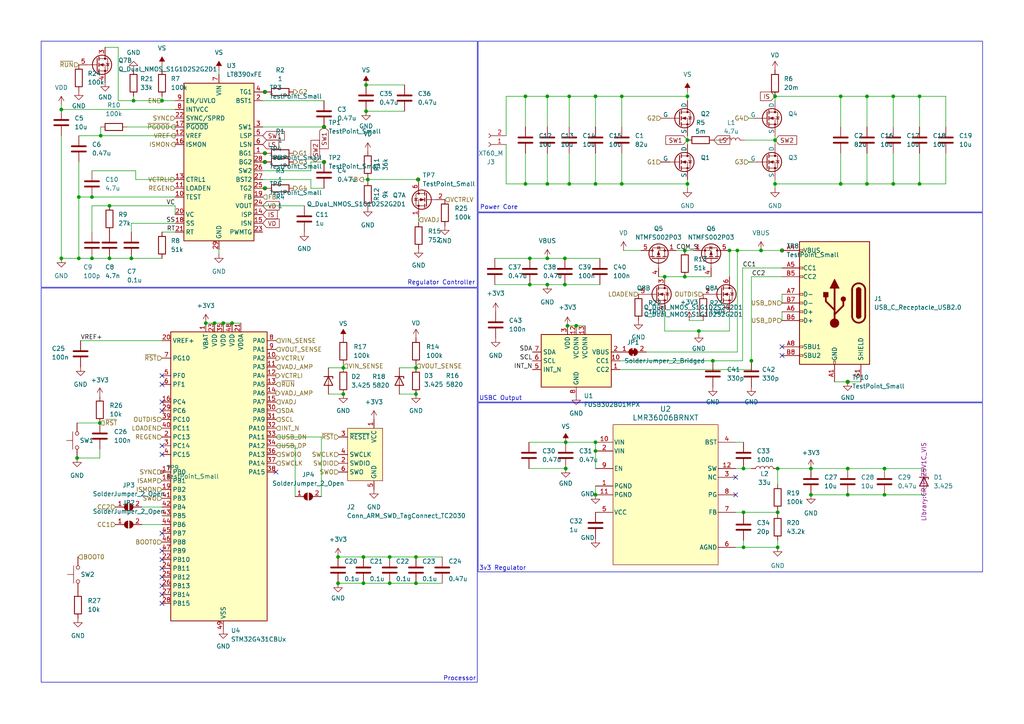
<source format=kicad_sch>
(kicad_sch (version 20230121) (generator eeschema)
  (paper "A4")
  (title_block (title "PD Charger") (date "2024-04-13") (rev "v1.0"))
  (junction (at 121.285 52.07))
  (junction (at 120.65 161.544))
  (junction (at 158.75 53.34))
  (junction (at 226.822 72.644))
  (junction (at 164.084 135.89))
  (junction (at 99.568 114.3))
  (junction (at 225.552 135.89))
  (junction (at 31.75 59.69))
  (junction (at 31.75 74.93))
  (junction (at 251.46 27.94))
  (junction (at 22.352 132.842))
  (junction (at 251.46 53.34))
  (junction (at 213.868 72.644))
  (junction (at 17.78 74.93))
  (junction (at 225.552 148.59))
  (junction (at 59.69 93.726))
  (junction (at 113.03 169.164))
  (junction (at 243.84 27.94))
  (junction (at 158.75 27.94))
  (junction (at 152.4 53.34))
  (junction (at 245.872 143.51))
  (junction (at 26.67 57.15))
  (junction (at 120.65 169.164))
  (junction (at 105.41 169.164))
  (junction (at 259.08 27.94))
  (junction (at 76.835 44.45))
  (junction (at 224.79 53.34))
  (junction (at 217.932 104.648))
  (junction (at 266.7 27.94))
  (junction (at 164.084 128.27))
  (junction (at 215.646 158.75))
  (junction (at 198.628 80.264))
  (junction (at 93.98 46.99))
  (junction (at 158.75 74.93))
  (junction (at 206.756 104.648))
  (junction (at 76.835 46.99))
  (junction (at 224.79 40.64))
  (junction (at 220.726 72.644))
  (junction (at 192.786 80.264))
  (junction (at 106.68 52.07))
  (junction (at 167.132 94.488))
  (junction (at 26.67 74.93))
  (junction (at 235.204 135.89))
  (junction (at 158.75 82.55))
  (junction (at 172.72 143.51))
  (junction (at 152.4 27.94))
  (junction (at 164.592 94.488))
  (junction (at 172.72 27.94))
  (junction (at 153.67 82.55))
  (junction (at 64.77 93.726))
  (junction (at 38.1 74.93))
  (junction (at 29.21 39.37))
  (junction (at 38.735 29.21))
  (junction (at 211.582 72.644))
  (junction (at 98.044 161.544))
  (junction (at 198.628 72.644))
  (junction (at 199.39 53.34))
  (junction (at 165.1 27.94))
  (junction (at 46.99 29.21))
  (junction (at 202.692 96.012))
  (junction (at 172.72 128.27))
  (junction (at 28.956 122.682))
  (junction (at 235.204 143.51))
  (junction (at 259.08 53.34))
  (junction (at 180.34 27.94))
  (junction (at 225.552 158.75))
  (junction (at 245.872 135.89))
  (junction (at 67.31 93.726))
  (junction (at 99.568 106.68))
  (junction (at 180.34 53.34))
  (junction (at 106.172 24.638))
  (junction (at 199.39 40.64))
  (junction (at 17.78 31.75))
  (junction (at 245.872 110.744))
  (junction (at 62.23 93.726))
  (junction (at 199.39 27.94))
  (junction (at 120.65 114.3))
  (junction (at 243.84 53.34))
  (junction (at 163.83 82.55))
  (junction (at 163.83 74.93))
  (junction (at 256.54 143.51))
  (junction (at 106.172 32.258))
  (junction (at 120.65 106.68))
  (junction (at 224.79 27.94))
  (junction (at 76.835 26.67))
  (junction (at 165.1 53.34))
  (junction (at 93.98 36.83))
  (junction (at 266.7 53.34))
  (junction (at 256.54 135.89))
  (junction (at 172.72 53.34))
  (junction (at 105.41 161.544))
  (junction (at 98.044 169.164))
  (junction (at 22.86 74.93))
  (junction (at 215.646 135.89))
  (junction (at 215.646 148.59))
  (junction (at 172.72 130.81))
  (junction (at 153.67 74.93))
  (junction (at 113.03 161.544))
  (junction (at 22.86 57.15))
  (junction (at 76.835 54.61))
  (no_connect (at 46.99 169.926))
  (no_connect (at 46.99 116.586))
  (no_connect (at 226.822 103.124))
  (no_connect (at 80.01 136.906))
  (no_connect (at 226.822 100.584))
  (no_connect (at 46.99 154.686))
  (no_connect (at 46.99 119.126))
  (no_connect (at 46.99 164.846))
  (no_connect (at 46.99 159.766))
  (no_connect (at 46.99 111.506))
  (no_connect (at 46.99 172.466))
  (no_connect (at 46.99 108.966))
  (no_connect (at 46.99 167.386))
  (no_connect (at 46.99 129.286))
  (no_connect (at 213.36 143.51))
  (no_connect (at 46.99 175.006))
  (no_connect (at 213.36 138.43))
  (no_connect (at 46.99 162.306))
  (no_connect (at 46.99 131.826))
  (wire (pts (xy 213.36 135.89) (xy 215.646 135.89)))
  (wire (pts (xy 105.41 169.164) (xy 113.03 169.164)))
  (wire (pts (xy 143.51 82.55) (xy 153.67 82.55)))
  (wire (pts (xy 76.835 46.99) (xy 77.47 46.99)))
  (wire (pts (xy 38.1 67.31) (xy 38.1 64.77)))
  (wire (pts (xy 180.848 72.644) (xy 185.928 72.644)))
  (wire (pts (xy 167.132 94.488) (xy 169.672 94.488)))
  (wire (pts (xy 199.898 92.964) (xy 203.962 92.964)))
  (wire (pts (xy 199.39 52.07) (xy 199.39 53.34)))
  (wire (pts (xy 153.67 74.93) (xy 158.75 74.93)))
  (wire (pts (xy 99.568 105.664) (xy 99.568 106.68)))
  (wire (pts (xy 251.46 44.45) (xy 251.46 53.34)))
  (wire (pts (xy 105.41 161.544) (xy 113.03 161.544)))
  (wire (pts (xy 206.756 104.648) (xy 215.392 104.648)))
  (wire (pts (xy 192.786 96.012) (xy 192.786 90.424)))
  (wire (pts (xy 85.598 144.018) (xy 85.598 129.286)))
  (wire (pts (xy 211.582 96.012) (xy 211.582 90.424)))
  (wire (pts (xy 26.67 57.15) (xy 50.8 57.15)))
  (wire (pts (xy 50.8 59.69) (xy 50.8 62.23)))
  (wire (pts (xy 256.54 143.51) (xy 267.97 143.51)))
  (wire (pts (xy 226.822 90.424) (xy 226.822 92.964)))
  (wire (pts (xy 158.75 53.34) (xy 165.1 53.34)))
  (wire (pts (xy 152.4 44.45) (xy 152.4 53.34)))
  (wire (pts (xy 199.39 26.67) (xy 199.39 27.94)))
  (wire (pts (xy 76.2 26.67) (xy 76.835 26.67)))
  (wire (pts (xy 215.646 148.59) (xy 225.552 148.59)))
  (wire (pts (xy 67.31 93.726) (xy 69.85 93.726)))
  (wire (pts (xy 243.84 27.94) (xy 224.79 27.94)))
  (wire (pts (xy 180.34 36.83) (xy 180.34 27.94)))
  (wire (pts (xy 120.65 105.664) (xy 120.65 106.68)))
  (wire (pts (xy 225.552 148.082) (xy 225.552 148.59)))
  (wire (pts (xy 199.39 39.37) (xy 199.39 40.64)))
  (wire (pts (xy 165.1 53.34) (xy 172.72 53.34)))
  (wire (pts (xy 38.735 27.94) (xy 38.735 29.21)))
  (wire (pts (xy 26.67 74.93) (xy 31.75 74.93)))
  (wire (pts (xy 251.46 27.94) (xy 243.84 27.94)))
  (wire (pts (xy 106.172 24.638) (xy 117.348 24.638)))
  (wire (pts (xy 120.65 169.164) (xy 128.27 169.164)))
  (wire (pts (xy 152.4 27.94) (xy 158.75 27.94)))
  (wire (pts (xy 29.21 36.83) (xy 29.21 39.37)))
  (wire (pts (xy 76.2 29.21) (xy 93.98 29.21)))
  (wire (pts (xy 202.692 96.012) (xy 211.582 96.012)))
  (wire (pts (xy 172.72 140.97) (xy 172.72 143.51)))
  (wire (pts (xy 245.872 135.89) (xy 256.54 135.89)))
  (wire (pts (xy 172.72 130.81) (xy 172.72 135.89)))
  (wire (pts (xy 165.1 36.83) (xy 165.1 27.94)))
  (wire (pts (xy 76.2 59.69) (xy 88.265 59.69)))
  (wire (pts (xy 199.39 53.34) (xy 199.39 54.61)))
  (wire (pts (xy 266.7 53.34) (xy 259.08 53.34)))
  (wire (pts (xy 220.726 72.644) (xy 226.822 72.644)))
  (wire (pts (xy 215.646 156.718) (xy 215.646 158.75)))
  (wire (pts (xy 213.36 148.59) (xy 215.646 148.59)))
  (wire (pts (xy 180.34 44.45) (xy 180.34 53.34)))
  (wire (pts (xy 34.29 13.716) (xy 34.29 29.21)))
  (wire (pts (xy 146.812 41.91) (xy 146.812 53.34)))
  (wire (pts (xy 38.1 64.77) (xy 50.8 64.77)))
  (wire (pts (xy 217.932 80.264) (xy 226.822 80.264)))
  (wire (pts (xy 143.51 74.93) (xy 153.67 74.93)))
  (wire (pts (xy 62.23 93.726) (xy 64.77 93.726)))
  (wire (pts (xy 199.39 40.64) (xy 199.39 41.91)))
  (wire (pts (xy 93.218 144.018) (xy 93.218 126.746)))
  (wire (pts (xy 153.416 135.89) (xy 164.084 135.89)))
  (wire (pts (xy 165.1 44.45) (xy 165.1 53.34)))
  (wire (pts (xy 46.99 19.05) (xy 46.99 20.32)))
  (wire (pts (xy 115.824 106.68) (xy 120.65 106.68)))
  (wire (pts (xy 153.67 82.55) (xy 158.75 82.55)))
  (wire (pts (xy 76.2 54.61) (xy 76.835 54.61)))
  (wire (pts (xy 235.204 143.51) (xy 245.872 143.51)))
  (wire (pts (xy 243.84 44.45) (xy 243.84 53.34)))
  (wire (pts (xy 251.46 36.83) (xy 251.46 27.94)))
  (wire (pts (xy 226.822 85.344) (xy 226.822 87.884)))
  (wire (pts (xy 153.416 128.27) (xy 164.084 128.27)))
  (wire (pts (xy 30.48 13.716) (xy 34.29 13.716)))
  (wire (pts (xy 22.86 39.37) (xy 29.21 39.37)))
  (wire (pts (xy 266.7 44.45) (xy 266.7 53.34)))
  (wire (pts (xy 93.218 126.746) (xy 80.01 126.746)))
  (wire (pts (xy 198.628 72.644) (xy 201.168 72.644)))
  (wire (pts (xy 17.78 31.75) (xy 50.8 31.75)))
  (wire (pts (xy 90.17 54.61) (xy 93.98 54.61)))
  (wire (pts (xy 259.08 53.34) (xy 251.46 53.34)))
  (wire (pts (xy 217.17 46.99) (xy 218.44 46.99)))
  (wire (pts (xy 34.29 29.21) (xy 38.735 29.21)))
  (wire (pts (xy 113.03 161.544) (xy 120.65 161.544)))
  (wire (pts (xy 224.79 39.37) (xy 224.79 40.64)))
  (wire (pts (xy 39.37 49.53) (xy 39.37 52.07)))
  (wire (pts (xy 120.65 161.544) (xy 128.27 161.544)))
  (wire (pts (xy 243.84 36.83) (xy 243.84 27.94)))
  (wire (pts (xy 259.08 36.83) (xy 259.08 27.94)))
  (wire (pts (xy 22.86 74.93) (xy 17.78 74.93)))
  (wire (pts (xy 59.69 93.726) (xy 62.23 93.726)))
  (wire (pts (xy 192.786 96.012) (xy 202.692 96.012)))
  (wire (pts (xy 180.34 27.94) (xy 199.39 27.94)))
  (wire (pts (xy 76.2 49.53) (xy 90.17 49.53)))
  (wire (pts (xy 95.25 106.68) (xy 99.568 106.68)))
  (wire (pts (xy 259.08 44.45) (xy 259.08 53.34)))
  (wire (pts (xy 259.08 27.94) (xy 251.46 27.94)))
  (wire (pts (xy 39.37 52.07) (xy 50.8 52.07)))
  (wire (pts (xy 41.148 147.066) (xy 46.99 147.066)))
  (wire (pts (xy 164.592 94.488) (xy 167.132 94.488)))
  (wire (pts (xy 31.75 74.93) (xy 38.1 74.93)))
  (wire (pts (xy 213.36 158.75) (xy 215.646 158.75)))
  (wire (pts (xy 121.412 52.07) (xy 121.412 52.832)))
  (wire (pts (xy 179.832 107.188) (xy 217.932 107.188)))
  (wire (pts (xy 90.17 46.99) (xy 93.98 46.99)))
  (wire (pts (xy 76.835 26.67) (xy 77.47 26.67)))
  (wire (pts (xy 192.786 80.264) (xy 198.628 80.264)))
  (wire (pts (xy 172.72 27.94) (xy 180.34 27.94)))
  (wire (pts (xy 224.79 53.34) (xy 224.79 54.61)))
  (wire (pts (xy 213.868 72.644) (xy 220.726 72.644)))
  (wire (pts (xy 191.008 80.264) (xy 192.786 80.264)))
  (wire (pts (xy 46.99 27.94) (xy 46.99 29.21)))
  (wire (pts (xy 199.39 27.94) (xy 199.39 29.21)))
  (wire (pts (xy 217.932 80.264) (xy 217.932 104.648)))
  (wire (pts (xy 207.01 40.64) (xy 208.28 40.64)))
  (wire (pts (xy 36.83 36.83) (xy 50.8 36.83)))
  (wire (pts (xy 95.25 114.3) (xy 99.568 114.3)))
  (wire (pts (xy 38.1 74.93) (xy 46.99 74.93)))
  (wire (pts (xy 76.2 46.99) (xy 76.835 46.99)))
  (wire (pts (xy 22.352 122.682) (xy 28.956 122.682)))
  (wire (pts (xy 215.646 158.75) (xy 225.552 158.75)))
  (wire (pts (xy 90.17 49.53) (xy 90.17 46.99)))
  (wire (pts (xy 63.5 72.39) (xy 63.5 73.66)))
  (wire (pts (xy 106.172 32.258) (xy 117.348 32.258)))
  (wire (pts (xy 46.99 67.31) (xy 50.8 67.31)))
  (wire (pts (xy 215.392 77.724) (xy 226.822 77.724)))
  (wire (pts (xy 106.68 51.562) (xy 106.68 52.07)))
  (wire (pts (xy 76.2 52.07) (xy 90.17 52.07)))
  (wire (pts (xy 245.872 110.744) (xy 249.682 110.744)))
  (wire (pts (xy 26.67 59.69) (xy 31.75 59.69)))
  (wire (pts (xy 211.582 72.644) (xy 213.868 72.644)))
  (wire (pts (xy 202.692 96.774) (xy 202.692 96.012)))
  (wire (pts (xy 225.552 135.89) (xy 235.204 135.89)))
  (wire (pts (xy 76.835 54.61) (xy 77.47 54.61)))
  (wire (pts (xy 165.1 27.94) (xy 172.72 27.94)))
  (wire (pts (xy 152.4 53.34) (xy 158.75 53.34)))
  (wire (pts (xy 215.646 135.89) (xy 217.932 135.89)))
  (wire (pts (xy 213.868 72.644) (xy 213.868 102.108)))
  (wire (pts (xy 245.872 143.51) (xy 256.54 143.51)))
  (wire (pts (xy 215.646 148.59) (xy 215.646 149.098)))
  (wire (pts (xy 76.2 44.45) (xy 76.835 44.45)))
  (wire (pts (xy 215.392 77.724) (xy 215.392 104.648)))
  (wire (pts (xy 22.86 57.15) (xy 22.86 74.93)))
  (wire (pts (xy 187.452 102.108) (xy 213.868 102.108)))
  (wire (pts (xy 105.41 52.07) (xy 106.68 52.07)))
  (wire (pts (xy 22.86 74.93) (xy 26.67 74.93)))
  (wire (pts (xy 243.84 53.34) (xy 224.79 53.34)))
  (wire (pts (xy 225.552 148.59) (xy 225.552 149.098)))
  (wire (pts (xy 23.368 98.806) (xy 46.99 98.806)))
  (wire (pts (xy 242.062 110.744) (xy 245.872 110.744)))
  (wire (pts (xy 172.72 128.27) (xy 172.72 130.81)))
  (wire (pts (xy 121.412 62.992) (xy 121.412 64.516)))
  (wire (pts (xy 217.932 104.648) (xy 217.932 107.188)))
  (wire (pts (xy 196.088 72.644) (xy 198.628 72.644)))
  (wire (pts (xy 158.75 27.94) (xy 165.1 27.94)))
  (wire (pts (xy 274.32 27.94) (xy 266.7 27.94)))
  (wire (pts (xy 64.77 93.726) (xy 67.31 93.726)))
  (wire (pts (xy 224.79 40.64) (xy 224.79 41.91)))
  (wire (pts (xy 274.32 44.45) (xy 274.32 53.34)))
  (wire (pts (xy 163.83 82.55) (xy 173.99 82.55)))
  (wire (pts (xy 235.204 135.89) (xy 245.872 135.89)))
  (wire (pts (xy 274.32 36.83) (xy 274.32 27.94)))
  (wire (pts (xy 26.67 49.53) (xy 39.37 49.53)))
  (wire (pts (xy 106.68 52.07) (xy 121.285 52.07)))
  (wire (pts (xy 225.552 135.89) (xy 225.552 140.462)))
  (wire (pts (xy 152.4 36.83) (xy 152.4 27.94)))
  (wire (pts (xy 224.79 52.07) (xy 224.79 53.34)))
  (wire (pts (xy 224.79 27.94) (xy 224.79 29.21)))
  (wire (pts (xy 85.598 129.286) (xy 80.01 129.286)))
  (wire (pts (xy 180.34 53.34) (xy 199.39 53.34)))
  (wire (pts (xy 26.67 67.31) (xy 26.67 59.69)))
  (wire (pts (xy 256.54 135.89) (xy 267.97 135.89)))
  (wire (pts (xy 121.285 52.07) (xy 121.412 52.07)))
  (wire (pts (xy 146.812 27.94) (xy 146.812 39.37)))
  (wire (pts (xy 158.75 74.93) (xy 163.83 74.93)))
  (wire (pts (xy 225.552 156.718) (xy 225.552 158.75)))
  (wire (pts (xy 28.956 132.842) (xy 28.956 130.302)))
  (wire (pts (xy 17.78 39.37) (xy 17.78 74.93)))
  (wire (pts (xy 29.21 39.37) (xy 50.8 39.37)))
  (wire (pts (xy 274.32 53.34) (xy 266.7 53.34)))
  (wire (pts (xy 76.835 44.45) (xy 77.47 44.45)))
  (wire (pts (xy 22.86 46.99) (xy 22.86 57.15)))
  (wire (pts (xy 106.68 52.07) (xy 106.68 52.578)))
  (wire (pts (xy 158.75 82.55) (xy 163.83 82.55)))
  (wire (pts (xy 179.832 104.648) (xy 206.756 104.648)))
  (wire (pts (xy 115.824 114.3) (xy 120.65 114.3)))
  (wire (pts (xy 22.86 57.15) (xy 26.67 57.15)))
  (wire (pts (xy 90.17 52.07) (xy 90.17 54.61)))
  (wire (pts (xy 31.75 59.69) (xy 50.8 59.69)))
  (wire (pts (xy 172.72 53.34) (xy 180.34 53.34)))
  (wire (pts (xy 38.735 29.21) (xy 46.99 29.21)))
  (wire (pts (xy 215.9 40.64) (xy 224.79 40.64)))
  (wire (pts (xy 158.75 36.83) (xy 158.75 27.94)))
  (wire (pts (xy 113.03 169.164) (xy 120.65 169.164)))
  (wire (pts (xy 266.7 36.83) (xy 266.7 27.94)))
  (wire (pts (xy 198.628 80.264) (xy 206.248 80.264)))
  (wire (pts (xy 146.812 27.94) (xy 152.4 27.94)))
  (wire (pts (xy 63.5 20.32) (xy 63.5 21.59)))
  (wire (pts (xy 41.148 152.146) (xy 46.99 152.146)))
  (wire (pts (xy 172.72 44.45) (xy 172.72 53.34)))
  (wire (pts (xy 266.7 27.94) (xy 259.08 27.94)))
  (wire (pts (xy 251.46 53.34) (xy 243.84 53.34)))
  (wire (pts (xy 213.36 128.27) (xy 215.646 128.27)))
  (wire (pts (xy 17.78 30.48) (xy 17.78 31.75)))
  (wire (pts (xy 98.044 161.544) (xy 105.41 161.544)))
  (wire (pts (xy 46.99 29.21) (xy 50.8 29.21)))
  (wire (pts (xy 211.582 72.644) (xy 211.328 72.644)))
  (wire (pts (xy 146.812 53.34) (xy 152.4 53.34)))
  (wire (pts (xy 217.17 34.29) (xy 218.44 34.29)))
  (wire (pts (xy 98.044 169.164) (xy 105.41 169.164)))
  (wire (pts (xy 22.352 132.842) (xy 28.956 132.842)))
  (wire (pts (xy 172.72 36.83) (xy 172.72 27.94)))
  (wire (pts (xy 163.83 74.93) (xy 173.99 74.93)))
  (wire (pts (xy 76.2 36.83) (xy 93.98 36.83)))
  (wire (pts (xy 211.582 80.264) (xy 211.582 72.644)))
  (wire (pts (xy 164.084 128.27) (xy 172.72 128.27)))
  (wire (pts (xy 158.75 44.45) (xy 158.75 53.34)))
  (rectangle (start 11.938 11.938) (end 138.43 83.312))
  (rectangle (start 138.684 116.84) (end 284.988 165.862))
  (rectangle (start 138.684 11.938) (end 284.988 61.468))
  (rectangle (start 138.684 61.722) (end 284.988 116.586))
  (rectangle (start 11.938 83.566) (end 138.43 197.866))
  (text "3v3 Regulator" (at 138.938 165.608 0) (effects (font (size 1.27 1.27)) (justify left bottom)))
  (text "Processor" (at 128.524 197.612 0) (effects (font (size 1.27 1.27)) (justify left bottom)))
  (text "Power Core" (at 139.192 60.96 0) (effects (font (size 1.27 1.27)) (justify left bottom)))
  (text "Regulator Controller" (at 118.11 82.804 0) (effects (font (size 1.27 1.27)) (justify left bottom)))
  (text "USBC Output" (at 138.938 116.332 0) (effects (font (size 1.27 1.27)) (justify left bottom)))
  (label "VC" (at 50.8 59.69 180))
  (label "SS" (at 50.8 64.77 180))
  (label "COM_S" (at 196.088 72.644 0))
  (label "CC2" (at 218.059 80.264 0))
  (label "SCL" (at 154.432 104.648 180))
  (label "INT_N" (at 154.432 107.188 180))
  (label "RT" (at 50.8 67.31 180))
  (label "VREF+" (at 23.368 98.806 0))
  (label "SDA" (at 154.432 102.108 180))
  (label "CC1" (at 215.392 77.724 0))
  (global_label "SW2" (shape input) (at 224.79 40.64 0) (property "Intersheetrefs" "${INTERSHEET_REFS}" (effects hide)))
  (global_label "SW1" (shape input) (at 199.39 40.64 180) (property "Intersheetrefs" "${INTERSHEET_REFS}" (effects hide)))
  (global_label "VD" (shape input) (at 76.2 59.69 0) (property "Intersheetrefs" "${INTERSHEET_REFS}" (effects hide)))
  (global_label "SW1" (shape input) (at 76.2 39.37 0) (property "Intersheetrefs" "${INTERSHEET_REFS}" (effects hide)))
  (global_label "IS" (shape input) (at 76.2 62.23 0) (property "Intersheetrefs" "${INTERSHEET_REFS}" (effects hide)))
  (global_label "SW2" (shape input) (at 91.44 46.99 90) (property "Intersheetrefs" "${INTERSHEET_REFS}" (effects hide)))
  (global_label "IS" (shape input) (at 224.79 27.94 180) (property "Intersheetrefs" "${INTERSHEET_REFS}" (effects hide)))
  (global_label "SW1" (shape input) (at 93.98 36.83 270) (property "Intersheetrefs" "${INTERSHEET_REFS}" (effects hide)))
  (global_label "LS" (shape input) (at 76.2 41.91 0) (property "Intersheetrefs" "${INTERSHEET_REFS}" (effects hide)))
  (global_label "LS" (shape input) (at 207.01 40.64 0) (property "Intersheetrefs" "${INTERSHEET_REFS}" (effects hide)))
  (global_label "VD" (shape input) (at 76.2 64.77 0) (property "Intersheetrefs" "${INTERSHEET_REFS}" (effects hide)))
  (hierarchical_label "USB_DN" (shape input) (at 226.822 87.884 180))
  (hierarchical_label "G4" (shape output) (at 85.09 54.61 0))
  (hierarchical_label "G2" (shape output) (at 85.09 26.67 0))
  (hierarchical_label "G4" (shape input) (at 217.17 34.29 180))
  (hierarchical_label "USB_DP" (shape input) (at 80.01 129.286 0))
  (hierarchical_label "EN" (shape input) (at 46.99 29.21 180) (property "Netclass" "Default" (effects hide)))
  (hierarchical_label "LOADEN" (shape input) (at 46.99 124.206 180))
  (hierarchical_label "REGEN" (shape input) (at 46.99 126.746 180))
  (hierarchical_label "VADJ" (shape input) (at 80.01 116.586 0))
  (hierarchical_label "SWO" (shape input) (at 98.298 136.906 180))
  (hierarchical_label "SWCLK" (shape input) (at 98.298 131.826 180))
  (hierarchical_label "G2" (shape input) (at 191.77 34.29 180))
  (hierarchical_label "VIN_SENSE" (shape input) (at 99.568 106.172 0))
  (hierarchical_label "CC2" (shape input) (at 33.528 147.066 180))
  (hierarchical_label "VCTRLV" (shape input) (at 129.032 57.912 0))
  (hierarchical_label "~{RST}" (shape input) (at 28.956 122.682 0))
  (hierarchical_label "REGEN" (shape input) (at 50.8 54.61 180))
  (hierarchical_label "ISAMP" (shape input) (at 46.99 139.446 180))
  (hierarchical_label "SWDIO" (shape input) (at 80.01 131.826 0))
  (hierarchical_label "~{RUN}" (shape input) (at 22.86 18.796 180))
  (hierarchical_label "~{RUN}" (shape input) (at 80.01 111.506 0))
  (hierarchical_label "VOUT_SENSE" (shape input) (at 80.01 101.346 0))
  (hierarchical_label "G3" (shape output) (at 85.09 46.99 0))
  (hierarchical_label "OUTDIS" (shape input) (at 203.962 85.344 180))
  (hierarchical_label "SCL" (shape input) (at 80.01 121.666 0))
  (hierarchical_label "~{RST}" (shape input) (at 46.99 103.886 180))
  (hierarchical_label "ISMON" (shape input) (at 46.99 141.986 180))
  (hierarchical_label "VREF" (shape output) (at 50.8 39.37 180))
  (hierarchical_label "G1" (shape input) (at 191.77 46.99 180))
  (hierarchical_label "VCTRLI" (shape input) (at 50.8 52.07 180))
  (hierarchical_label "~{PGOOD}" (shape output) (at 50.8 36.83 180))
  (hierarchical_label "~{RST}" (shape input) (at 98.298 126.746 180))
  (hierarchical_label "CC1" (shape input) (at 33.528 152.146 180))
  (hierarchical_label "VOUT_SENSE" (shape input) (at 120.65 106.172 0))
  (hierarchical_label "USB_DP" (shape input) (at 226.822 92.964 180))
  (hierarchical_label "G3" (shape input) (at 217.17 46.99 180))
  (hierarchical_label "LOADEN" (shape input) (at 185.166 85.344 180))
  (hierarchical_label "VADJ" (shape input) (at 121.412 63.754 0))
  (hierarchical_label "FB" (shape input) (at 76.2 57.15 0))
  (hierarchical_label "VCTRLI" (shape output) (at 80.01 108.966 0))
  (hierarchical_label "G1" (shape output) (at 85.09 44.45 0))
  (hierarchical_label "SYNC" (shape input) (at 46.99 136.906 180))
  (hierarchical_label "BOOT0" (shape input) (at 46.99 157.226 180))
  (hierarchical_label "BOOT0" (shape input) (at 22.606 161.544 0))
  (hierarchical_label "VCTRLV" (shape output) (at 80.01 103.886 0))
  (hierarchical_label "SYNC" (shape input) (at 50.8 34.29 180))
  (hierarchical_label "VADJ_AMP" (shape input) (at 80.01 106.426 0))
  (hierarchical_label "FB" (shape output) (at 105.41 52.07 180))
  (hierarchical_label "SDA" (shape input) (at 80.01 119.126 0))
  (hierarchical_label "VADJ_AMP" (shape output) (at 80.01 114.046 0))
  (hierarchical_label "ISMON" (shape output) (at 50.8 41.91 180))
  (hierarchical_label "SWDIO" (shape input) (at 98.298 134.366 180))
  (hierarchical_label "USB_DN" (shape input) (at 80.01 126.746 0))
  (hierarchical_label "SWO" (shape input) (at 46.99 144.526 180))
  (hierarchical_label "OUTDIS" (shape input) (at 46.99 121.666 180))
  (hierarchical_label "SWCLK" (shape input) (at 80.01 134.366 0))
  (hierarchical_label "INT_N" (shape input) (at 80.01 124.206 0))
  (hierarchical_label "VIN_SENSE" (shape input) (at 80.01 98.806 0))
  (symbol (lib_id "power:GND") (at 106.172 32.258 0) (unit 1)
    (property "Reference" "#PWR039" (effects hide))
    (property "Value" "GND" (at 106.172 36.576 0))
  )
  (symbol (lib_id "Device:C") (at 120.65 165.354 0) (unit 1)
    (property "Reference" "C23" (at 122.428 162.814 0) (effects (justify left)))
    (property "Value" "0.1u" (at 122.428 167.894 0) (effects (justify left)))
    (property "Footprint" "Capacitor_SMD:C_0603_1608Metric" (effects hide))
  )
  (symbol (lib_id "Device:C") (at 164.084 132.08 180) (unit 1)
    (property "Reference" "C31" (at 167.894 130.81 0) (effects (justify right)))
    (property "Value" "0.47u" (at 167.894 133.35 0) (effects (justify right)))
    (property "Footprint" "Capacitor_SMD:C_0805_2012Metric" (effects hide))
  )
  (symbol (lib_id "2024-04-12_02-42-06:LMR36006BRNXT") (at 193.04 143.51 0) (unit 1)
    (property "Reference" "U2" (at 193.04 118.618 0) (effects (font (size 1.524 1.524))))
    (property "Value" "LMR36006BRNXT" (at 193.04 121.158 0) (effects (font (size 1.524 1.524))))
    (property "Footprint" "Library:RNX0012B" (effects hide))
    (property "Datasheet" "LMR36006BRNXT" (effects hide))
  )
  (symbol (lib_id "power:+3V3") (at 98.044 161.544 0) (unit 1)
    (property "Reference" "#PWR028" (effects hide))
    (property "Value" "+3V3" (at 98.044 156.464 0))
  )
  (symbol (lib_id "Device:C") (at 245.872 139.7 0) (unit 1)
    (property "Reference" "C28" (at 249.682 138.43 0) (effects (justify left)))
    (property "Value" "10u" (at 249.682 140.97 0) (effects (justify left)))
    (property "Footprint" "Capacitor_SMD:C_1206_3216Metric" (effects hide))
  )
  (symbol (lib_id "Device:C") (at 31.75 71.12 0) (unit 1)
    (property "Reference" "C8" (at 30.48 77.47 0) (effects (justify left)))
    (property "Value" "4.7n" (at 30.48 80.01 0) (effects (justify left)))
    (property "Footprint" "Capacitor_SMD:C_0603_1608Metric" (effects hide))
  )
  (symbol (lib_id "power:VD") (at 224.79 20.32 0) (unit 1)
    (property "Reference" "#PWR04" (effects hide))
    (property "Value" "VD" (at 224.79 16.002 0))
  )
  (symbol (lib_id "Device:R") (at 81.28 54.61 90) (unit 1)
    (property "Reference" "R4" (at 81.28 57.15 90))
    (property "Value" "1" (at 81.28 59.69 90))
    (property "Footprint" "Resistor_SMD:R_0603_1608Metric" (effects hide))
  )
  (symbol (lib_id "Device:L") (at 212.09 40.64 90) (unit 1)
    (property "Reference" "L1" (at 212.09 35.56 90))
    (property "Value" "4.7u" (at 212.09 38.1 90))
    (property "Footprint" "Inductor_SMD:L_Vishay_IHLP-6767" (effects hide))
    (property "Datasheet" "https://www.vishay.com/docs/34282/ihlp-6767gz-11.pdf" (effects hide))
  )
  (symbol (lib_id "Device:C") (at 113.03 165.354 0) (unit 1)
    (property "Reference" "C22" (at 114.808 162.814 0) (effects (justify left)))
    (property "Value" "0.1u" (at 114.808 167.894 0) (effects (justify left)))
    (property "Footprint" "Capacitor_SMD:C_0603_1608Metric" (effects hide))
  )
  (symbol (lib_id "power:GND") (at 106.68 60.198 0) (unit 1)
    (property "Reference" "#PWR010" (effects hide))
    (property "Value" "GND" (at 106.68 65.278 0))
  )
  (symbol (lib_id "power:GND") (at 206.756 112.268 0) (unit 1)
    (property "Reference" "#PWR051" (effects hide))
    (property "Value" "GND" (at 206.756 116.586 0))
  )
  (symbol (lib_id "Device:C") (at 152.4 40.64 0) (unit 1)
    (property "Reference" "C12" (at 156.21 39.37 0) (effects (justify left)))
    (property "Value" "10u" (at 156.21 41.91 0) (effects (justify left)))
    (property "Footprint" "Capacitor_SMD:C_1206_3216Metric" (effects hide))
  )
  (symbol (lib_id "power:VD") (at 106.68 43.942 0) (unit 1)
    (property "Reference" "#PWR011" (effects hide))
    (property "Value" "VD" (at 106.68 38.862 0))
  )
  (symbol (lib_id "Connector:Conn_01x02_Socket") (at 141.732 41.91 180) (unit 1)
    (property "Reference" "J3" (at 142.367 46.99 0))
    (property "Value" "XT60_M" (at 142.367 44.45 0))
    (property "Footprint" "Connector_AMASS:AMASS_XT60PW-M_1x02_P7.20mm_Horizontal" (effects hide))
  )
  (symbol (lib_id "power:+3V3") (at 199.898 92.964 0) (unit 1)
    (property "Reference" "#PWR044" (effects hide))
    (property "Value" "+3V3" (at 199.898 87.63 0))
  )
  (symbol (lib_id "power:GND") (at 158.75 82.55 0) (unit 1)
    (property "Reference" "#PWR016" (effects hide))
    (property "Value" "GND" (at 158.75 87.63 0))
  )
  (symbol (lib_id "Device:C") (at 26.67 71.12 0) (unit 1)
    (property "Reference" "C9" (at 24.13 77.47 0) (effects (justify left)))
    (property "Value" "100p" (at 24.13 80.01 0) (effects (justify left)))
    (property "Footprint" "Capacitor_SMD:C_0603_1608Metric" (effects hide))
  )
  (symbol (lib_id "Device:C") (at 173.99 78.74 0) (unit 1)
    (property "Reference" "C40" (at 177.8 77.47 0) (effects (justify left)))
    (property "Value" "100n" (at 177.8 80.01 0) (effects (justify left)))
    (property "Footprint" "Capacitor_SMD:C_0603_1608Metric" (effects hide))
  )
  (symbol (lib_id "Device:C") (at 143.51 78.74 0) (unit 1)
    (property "Reference" "C37" (at 147.32 77.47 0) (effects (justify left)))
    (property "Value" "0.47u" (at 147.32 80.01 0) (effects (justify left)))
    (property "Footprint" "Capacitor_SMD:C_0805_2012Metric" (effects hide))
  )
  (symbol (lib_id "power:GND") (at 172.72 156.21 0) (unit 1)
    (property "Reference" "#PWR037" (effects hide))
    (property "Value" "GND" (at 170.434 155.956 0))
  )
  (symbol (lib_id "Device:R") (at 185.166 89.154 0) (unit 1)
    (property "Reference" "R22" (at 187.96 87.884 0) (effects (justify left)))
    (property "Value" "100k" (at 187.96 90.424 0) (effects (justify left)))
    (property "Footprint" "Resistor_SMD:R_0603_1608Metric" (effects hide))
  )
  (symbol (lib_id "Device:C") (at 128.27 165.354 0) (unit 1)
    (property "Reference" "C24" (at 130.048 162.814 0) (effects (justify left)))
    (property "Value" "0.47u" (at 130.048 167.894 0) (effects (justify left)))
    (property "Footprint" "Capacitor_SMD:C_0603_1608Metric" (effects hide))
  )
  (symbol (lib_id "Device:C") (at 180.34 40.64 0) (unit 1)
    (property "Reference" "C1" (at 184.15 39.37 0) (effects (justify left)))
    (property "Value" "82u" (at 184.15 41.91 0) (effects (justify left)))
    (property "Footprint" "Capacitor_SMD:CP_Elec_10x7.9" (effects hide))
  )
  (symbol (lib_id "Device:C") (at 106.172 28.448 180) (unit 1)
    (property "Reference" "C35" (at 109.982 27.178 0) (effects (justify right)))
    (property "Value" "0.47u" (at 109.982 29.718 0) (effects (justify right)))
    (property "Footprint" "Capacitor_SMD:C_0805_2012Metric" (effects hide))
  )
  (symbol (lib_id "power:+3V3") (at 235.204 135.89 0) (unit 1)
    (property "Reference" "#PWR036" (effects hide))
    (property "Value" "+3V3" (at 235.204 131.318 0))
  )
  (symbol (lib_id "Device:C") (at 206.756 108.458 0) (unit 1)
    (property "Reference" "C41" (at 210.82 107.188 0) (effects (justify left)))
    (property "Value" "330p" (at 210.82 109.728 0) (effects (justify left)))
    (property "Footprint" "Capacitor_SMD:C_0603_1608Metric" (effects hide))
  )
  (symbol (lib_id "power:VD") (at 120.65 98.044 0) (unit 1)
    (property "Reference" "#PWR020" (effects hide))
    (property "Value" "VD" (at 120.65 93.726 0))
  )
  (symbol (lib_id "power:VBUS") (at 220.726 72.644 0) (unit 1)
    (property "Reference" "#PWR050" (effects hide))
    (property "Value" "VBUS" (at 220.726 67.564 0))
  )
  (symbol (lib_id "Switch:SW_Push") (at 22.352 127.762 90) (unit 1)
    (property "Reference" "SW1" (at 23.114 127.762 90) (effects (justify right)))
    (property "Value" "SW_MEC_5G" (effects hide))
    (property "Footprint" "Button_Switch_SMD:SW_SPST_B3U-1000P-B" (effects hide))
  )
  (symbol (lib_id "Device:C") (at 88.265 63.5 0) (unit 1)
    (property "Reference" "C11" (at 91.44 62.23 0) (effects (justify left)))
    (property "Value" "1u" (at 91.44 64.77 0) (effects (justify left)))
    (property "Footprint" "Capacitor_SMD:C_0603_1608Metric" (effects hide))
  )
  (symbol (lib_id "Connector:TestPoint_Small") (at 76.835 46.99 0) (unit 1)
    (property "Reference" "TP5" (at 78.105 45.72 0) (effects (justify left)))
    (property "Value" "TestPoint_Small" (at 78.105 48.26 0) (effects (justify left)))
    (property "Footprint" "TestPoint:TestPoint_Pad_D1.0mm" (effects hide))
  )
  (symbol (lib_id "power:GND") (at 23.368 106.426 0) (unit 1)
    (property "Reference" "#PWR030" (effects hide))
    (property "Value" "GND" (at 23.368 111.506 0))
  )
  (symbol (lib_id "power:GND") (at 172.72 143.51 0) (unit 1)
    (property "Reference" "#PWR033" (effects hide))
    (property "Value" "GND" (at 170.434 143.256 0))
  )
  (symbol (lib_id "Transistor_FET:AON6411") (at 191.008 75.184 90) (unit 1)
    (property "Reference" "Q5" (at 191.008 66.294 90))
    (property "Value" "NTMFS002P03" (at 191.008 68.834 90))
    (property "Footprint" "Package_DFN_QFN:AO_DFN-8-1EP_5.55x5.2mm_P1.27mm_EP4.12x4.6mm" (effects hide))
    (property "Datasheet" "http://www.aosmd.com/res/data_sheets/AON6411.pdf" (effects hide))
    (property "Sim.Device" "PMOS" (effects hide))
    (property "Sim.Type" "VDMOS" (effects hide))
    (property "Sim.Pins" "1=D 2=G 3=S" (effects hide))
  )
  (symbol (lib_id "power:GND") (at 88.265 67.31 0) (unit 1)
    (property "Reference" "#PWR041" (effects hide))
    (property "Value" "GND" (at 88.265 72.136 0))
  )
  (symbol (lib_id "Device:C") (at 235.204 139.7 0) (unit 1)
    (property "Reference" "C27" (at 239.014 138.43 0) (effects (justify left)))
    (property "Value" "10u" (at 239.014 140.97 0) (effects (justify left)))
    (property "Footprint" "Capacitor_SMD:C_1206_3216Metric" (effects hide))
  )
  (symbol (lib_id "Device:R") (at 22.86 22.606 180) (unit 1)
    (property "Reference" "R24" (at 25.4 21.336 0) (effects (justify right)))
    (property "Value" "100k" (at 25.4 23.876 0) (effects (justify right)))
    (property "Footprint" "Resistor_SMD:R_0603_1608Metric" (effects hide))
  )
  (symbol (lib_id "power:GND") (at 225.552 158.75 0) (unit 1)
    (property "Reference" "#PWR031" (effects hide))
    (property "Value" "GND" (at 225.552 164.084 0))
  )
  (symbol (lib_id "Connector:TestPoint_Small") (at 76.835 54.61 0) (unit 1)
    (property "Reference" "TP6" (at 78.105 53.34 0) (effects (justify left)))
    (property "Value" "TestPoint_Small" (at 78.105 55.88 0) (effects (justify left)))
    (property "Footprint" "TestPoint:TestPoint_Pad_D1.0mm" (effects hide))
  )
  (symbol (lib_id "Simulation_SPICE:NMOS") (at 196.85 34.29 0) (unit 1)
    (property "Reference" "Q2" (at 203.2 33.02 0) (effects (justify left)))
    (property "Value" "NMOS" (effects hide))
    (property "Footprint" "Library:ECP2302" (effects hide))
    (property "Datasheet" "https://ngspice.sourceforge.io/docs/ngspice-manual.pdf" (effects hide))
    (property "Sim.Device" "NMOS" (effects hide))
    (property "Sim.Type" "VDMOS" (effects hide))
    (property "Sim.Pins" "1=D 2=G 3=S" (effects hide))
  )
  (symbol (lib_id "Device:C") (at 172.72 40.64 0) (unit 1)
    (property "Reference" "C15" (at 176.53 39.37 0) (effects (justify left)))
    (property "Value" "10u" (at 176.53 41.91 0) (effects (justify left)))
    (property "Footprint" "Capacitor_SMD:C_1206_3216Metric" (effects hide))
  )
  (symbol (lib_id "Device:R") (at 99.568 101.854 0) (unit 1)
    (property "Reference" "R17" (at 102.489 100.584 0) (effects (justify left)))
    (property "Value" "100k" (at 102.489 103.124 0) (effects (justify left)))
    (property "Footprint" "Resistor_SMD:R_0603_1608Metric" (effects hide))
  )
  (symbol (lib_id "Device:C") (at 153.67 78.74 0) (unit 1)
    (property "Reference" "C38" (at 157.48 77.47 0) (effects (justify left)))
    (property "Value" "0.47u" (at 157.48 80.01 0) (effects (justify left)))
    (property "Footprint" "Capacitor_SMD:C_0805_2012Metric" (effects hide))
  )
  (symbol (lib_id "Device:C") (at 274.32 40.64 0) (unit 1)
    (property "Reference" "C19" (at 278.13 39.37 0) (effects (justify left)))
    (property "Value" "10u" (at 278.13 41.91 0) (effects (justify left)))
    (property "Footprint" "Capacitor_SMD:C_1206_3216Metric" (effects hide))
  )
  (symbol (lib_id "Device:C") (at 22.86 43.18 0) (unit 1)
    (property "Reference" "C6" (at 26.67 41.91 0) (effects (justify left)))
    (property "Value" "0.47u" (at 26.67 44.45 0) (effects (justify left)))
    (property "Footprint" "Capacitor_SMD:C_0603_1608Metric" (effects hide))
  )
  (symbol (lib_id "power:GND") (at 143.764 98.044 0) (unit 1)
    (property "Reference" "#PWR053" (effects hide))
    (property "Value" "GND" (at 143.764 103.124 0))
  )
  (symbol (lib_id "Device:C") (at 165.1 40.64 0) (unit 1)
    (property "Reference" "C14" (at 168.91 39.37 0) (effects (justify left)))
    (property "Value" "10u" (at 168.91 41.91 0) (effects (justify left)))
    (property "Footprint" "Capacitor_SMD:C_1206_3216Metric" (effects hide))
  )
  (symbol (lib_id "Device:R") (at 99.568 110.49 0) (unit 1)
    (property "Reference" "R18" (at 107.95 109.22 0) (effects (justify left)))
    (property "Value" "5820" (at 107.95 111.76 0) (effects (justify left)))
    (property "Footprint" "Resistor_SMD:R_0603_1608Metric" (effects hide))
  )
  (symbol (lib_id "Device:R") (at 28.956 118.872 0) (unit 1)
    (property "Reference" "R26" (at 31.75 117.602 0) (effects (justify left)))
    (property "Value" "10k" (at 31.75 120.142 0) (effects (justify left)))
    (property "Footprint" "Resistor_SMD:R_0603_1608Metric" (effects hide))
  )
  (symbol (lib_id "Connector:TestPoint_Small") (at 245.872 110.744 0) (unit 1)
    (property "Reference" "TP10" (at 247.142 109.474 0) (effects (justify left)))
    (property "Value" "TestPoint_Small" (at 247.142 112.014 0) (effects (justify left)))
    (property "Footprint" "TestPoint:TestPoint_Pad_D1.0mm" (effects hide))
  )
  (symbol (lib_id "Device:R") (at 203.962 89.154 0) (unit 1)
    (property "Reference" "R23" (at 205.74 87.884 0) (effects (justify left)))
    (property "Value" "100k" (at 205.74 90.424 0) (effects (justify left)))
    (property "Footprint" "Resistor_SMD:R_0603_1608Metric" (effects hide))
  )
  (symbol (lib_id "power:GND") (at 121.412 72.136 0) (unit 1)
    (property "Reference" "#PWR018" (effects hide))
    (property "Value" "GND" (at 121.412 76.962 0))
  )
  (symbol (lib_id "Connector:TestPoint_Small") (at 226.822 72.644 0) (unit 1)
    (property "Reference" "TP8" (at 228.092 71.374 0) (effects (justify left)))
    (property "Value" "TestPoint_Small" (at 228.092 73.914 0) (effects (justify left)))
    (property "Footprint" "TestPoint:TestPoint_Pad_D1.0mm" (effects hide))
  )
  (symbol (lib_id "power:GND") (at 63.5 73.66 0) (unit 1)
    (property "Reference" "#PWR05" (effects hide))
    (property "Value" "GND" (at 63.5 78.74 0))
  )
  (symbol (lib_id "power:VS") (at 99.568 98.044 0) (unit 1)
    (property "Reference" "#PWR022" (effects hide))
    (property "Value" "VS" (at 99.568 93.853 0))
  )
  (symbol (lib_id "Device:R") (at 198.628 76.454 0) (unit 1)
    (property "Reference" "R13" (at 201.168 75.184 0) (effects (justify left)))
    (property "Value" "51k" (at 201.168 77.724 0) (effects (justify left)))
    (property "Footprint" "Resistor_SMD:R_0603_1608Metric" (effects hide))
  )
  (symbol (lib_id "Device:R") (at 106.68 47.752 180) (unit 1)
    (property "Reference" "R11" (at 109.22 47.752 90))
    (property "Value" "36k" (at 111.76 47.752 90))
    (property "Footprint" "Resistor_SMD:R_0603_1608Metric" (effects hide))
  )
  (symbol (lib_id "power:+3V3") (at 143.764 90.424 0) (unit 1)
    (property "Reference" "#PWR054" (effects hide))
    (property "Value" "+3V3" (at 143.764 85.09 0))
  )
  (symbol (lib_id "Driver_LED:LT8391xFE") (at 63.5 46.99 0) (unit 1)
    (property "Reference" "U3" (at 65.6941 19.05 0) (effects (justify left)))
    (property "Value" "LT8390xFE" (at 65.6941 21.59 0) (effects (justify left)))
    (property "Footprint" "Package_SO:TSSOP-28-1EP_4.4x9.7mm_P0.65mm" (effects hide))
    (property "Datasheet" "https://www.analog.com/media/en/technical-documentation/data-sheets/lt8390.pdf" (effects hide))
  )
  (symbol (lib_id "power:GND") (at 185.166 92.964 0) (unit 1)
    (property "Reference" "#PWR043" (effects hide))
    (property "Value" "GND" (at 185.166 97.79 0))
  )
  (symbol (lib_id "power:GND") (at 38.735 20.32 180) (unit 1)
    (property "Reference" "#PWR042" (effects hide))
    (property "Value" "GND" (at 38.735 15.24 0))
  )
  (symbol (lib_id "power:+3V3") (at 164.592 94.488 0) (unit 1)
    (property "Reference" "#PWR040" (effects hide))
    (property "Value" "+3V3" (at 164.592 89.154 0))
  )
  (symbol (lib_id "Device:R") (at 22.606 175.514 0) (unit 1)
    (property "Reference" "R27" (at 25.4 174.244 0) (effects (justify left)))
    (property "Value" "10k" (at 25.4 176.784 0) (effects (justify left)))
    (property "Footprint" "Resistor_SMD:R_0603_1608Metric" (effects hide))
  )
  (symbol (lib_id "Device:C") (at 105.41 165.354 0) (unit 1)
    (property "Reference" "C21" (at 107.188 162.814 0) (effects (justify left)))
    (property "Value" "0.1u" (at 107.188 167.894 0) (effects (justify left)))
    (property "Footprint" "Capacitor_SMD:C_0603_1608Metric" (effects hide))
  )
  (symbol (lib_id "Device:R") (at 203.2 40.64 90) (unit 1)
    (property "Reference" "R5" (at 203.2 35.56 90))
    (property "Value" "5m" (at 203.2 38.1 90))
    (property "Footprint" "Resistor_SMD:R_1206_3216Metric" (effects hide))
    (property "Datasheet" "https://www.ohmite.com/assets/docs/res_lvt.pdf?r=false" (effects hide))
  )
  (symbol (lib_id "MCU_ST_STM32G4:STM32G431C6Ux") (at 62.23 139.446 0) (unit 1)
    (property "Reference" "U4" (at 66.9641 182.88 0) (effects (justify left)))
    (property "Value" "STM32G431CBUx" (at 66.9641 185.42 0) (effects (justify left)))
    (property "Footprint" "Package_DFN_QFN:QFN-48-1EP_7x7mm_P0.5mm_EP5.6x5.6mm" (effects hide))
    (property "Datasheet" "https://www.st.com/resource/en/datasheet/stm32g431c6.pdf" (effects hide))
  )
  (symbol (lib_id "Device:C") (at 251.46 40.64 0) (unit 1)
    (property "Reference" "C16" (at 255.27 39.37 0) (effects (justify left)))
    (property "Value" "10u" (at 255.27 41.91 0) (effects (justify left)))
    (property "Footprint" "Capacitor_SMD:C_1206_3216Metric" (effects hide))
  )
  (symbol (lib_id "power:GND") (at 22.352 132.842 0) (mirror y) (unit 1)
    (property "Reference" "#PWR024" (effects hide))
    (property "Value" "GND" (at 22.352 137.922 0))
  )
  (symbol (lib_id "Device:C") (at 23.368 102.616 0) (unit 1)
    (property "Reference" "C25" (at 14.986 101.092 0) (effects (justify left)))
    (property "Value" "100n" (at 14.986 103.632 0) (effects (justify left)))
    (property "Footprint" "Capacitor_SMD:C_0603_1608Metric" (effects hide))
  )
  (symbol (lib_id "Device:C") (at 38.1 71.12 0) (unit 1)
    (property "Reference" "C7" (at 36.83 78.74 0) (effects (justify left)))
    (property "Value" "0.1u" (at 36.83 81.28 0) (effects (justify left)))
    (property "Footprint" "Capacitor_SMD:C_0603_1608Metric" (effects hide))
  )
  (symbol (lib_id "power:GND") (at 22.86 26.416 0) (unit 1)
    (property "Reference" "#PWR045" (effects hide))
    (property "Value" "GND" (at 22.86 30.734 0))
  )
  (symbol (lib_id "Device:C") (at 117.348 28.448 180) (unit 1)
    (property "Reference" "C36" (at 121.158 27.178 0) (effects (justify right)))
    (property "Value" "0.47u" (at 121.158 29.718 0) (effects (justify right)))
    (property "Footprint" "Capacitor_SMD:C_0805_2012Metric" (effects hide))
  )
  (symbol (lib_id "Device:C") (at 243.84 40.64 0) (unit 1)
    (property "Reference" "C2" (at 247.65 39.37 0) (effects (justify left)))
    (property "Value" "82u" (at 247.65 41.91 0) (effects (justify left)))
    (property "Footprint" "Capacitor_SMD:CP_Elec_10x7.9" (effects hide))
  )
  (symbol (lib_id "power:GND") (at 98.044 169.164 0) (unit 1)
    (property "Reference" "#PWR029" (effects hide))
    (property "Value" "GND" (at 98.044 173.482 0))
  )
  (symbol (lib_id "Device:R") (at 81.28 26.67 90) (unit 1)
    (property "Reference" "R2" (at 81.28 20.32 90))
    (property "Value" "1" (at 81.28 22.86 90))
    (property "Footprint" "Resistor_SMD:R_0603_1608Metric" (effects hide))
  )
  (symbol (lib_id "Simulation_SPICE:NMOS") (at 222.25 46.99 0) (unit 1)
    (property "Reference" "Q3" (at 228.6 45.72 0) (effects (justify left)))
    (property "Value" "NMOS" (effects hide))
    (property "Footprint" "Library:ECP2302" (effects hide))
    (property "Datasheet" "https://ngspice.sourceforge.io/docs/ngspice-manual.pdf" (effects hide))
    (property "Sim.Device" "NMOS" (effects hide))
    (property "Sim.Type" "VDMOS" (effects hide))
    (property "Sim.Pins" "1=D 2=G 3=S" (effects hide))
  )
  (symbol (lib_id "Device:C") (at 153.416 132.08 180) (unit 1)
    (property "Reference" "C30" (at 157.226 130.81 0) (effects (justify right)))
    (property "Value" "0.47u" (at 157.226 133.35 0) (effects (justify right)))
    (property "Footprint" "Capacitor_SMD:C_0805_2012Metric" (effects hide))
  )
  (symbol (lib_id "Jumper:SolderJumper_2_Bridged") (at 183.642 102.108 0) (unit 1)
    (property "Reference" "JP1" (at 183.642 99.314 0))
    (property "Value" "SolderJumper_2_Bridged" (at 192.786 104.648 0))
    (property "Footprint" "Jumper:SolderJumper-2_P1.3mm_Bridged2Bar_RoundedPad1.0x1.5mm" (effects hide))
  )
  (symbol (lib_id "power:GND") (at 120.65 114.3 0) (unit 1)
    (property "Reference" "#PWR021" (effects hide))
    (property "Value" "GND" (at 120.65 119.126 0))
  )
  (symbol (lib_id "Device:C") (at 158.75 40.64 0) (unit 1)
    (property "Reference" "C13" (at 162.56 39.37 0) (effects (justify left)))
    (property "Value" "10u" (at 162.56 41.91 0) (effects (justify left)))
    (property "Footprint" "Capacitor_SMD:C_1206_3216Metric" (effects hide))
  )
  (symbol (lib_id "Transistor_FET:AON6411") (at 206.248 75.184 270) (mirror x) (unit 1)
    (property "Reference" "Q6" (at 206.248 66.294 90))
    (property "Value" "NTMFS002P03" (at 206.248 68.834 90))
    (property "Footprint" "Package_DFN_QFN:AO_DFN-8-1EP_5.55x5.2mm_P1.27mm_EP4.12x4.6mm" (effects hide))
    (property "Datasheet" "http://www.aosmd.com/res/data_sheets/AON6411.pdf" (effects hide))
    (property "Sim.Device" "PMOS" (effects hide))
    (property "Sim.Type" "VDMOS" (effects hide))
    (property "Sim.Pins" "1=D 2=G 3=S" (effects hide))
  )
  (symbol (lib_id "power:GND") (at 199.39 54.61 0) (unit 1)
    (property "Reference" "#PWR01" (effects hide))
    (property "Value" "GND" (at 199.39 59.69 0))
  )
  (symbol (lib_id "Device:C") (at 93.98 50.8 0) (unit 1)
    (property "Reference" "C4" (at 97.79 49.53 0) (effects (justify left)))
    (property "Value" "0.47u" (at 97.79 52.07 0) (effects (justify left)))
    (property "Footprint" "Capacitor_SMD:C_0805_2012Metric" (effects hide))
  )
  (symbol (lib_id "Connector:Conn_ARM_SWD_TagConnect_TC2030") (at 105.918 131.826 0) (mirror y) (unit 1) (in_bom no)
    (property "Reference" "J2" (at 100.584 147.066 0) (effects (justify right)))
    (property "Value" "Conn_ARM_SWD_TagConnect_TC2030" (at 100.584 149.606 0) (effects (justify right)))
    (property "Footprint" "Connector:Tag-Connect_TC2030-IDC-NL_2x03_P1.27mm_Vertical" (effects hide))
    (property "Datasheet" "https://www.tag-connect.com/wp-content/uploads/bsk-pdf-manager/TC2030-CTX_1.pdf" (effects hide))
  )
  (symbol (lib_id "power:GND") (at 22.606 179.324 0) (mirror y) (unit 1)
    (property "Reference" "#PWR048" (effects hide))
    (property "Value" "GND" (at 22.606 184.404 0))
  )
  (symbol (lib_id "Device:R") (at 225.552 144.272 0) (unit 1)
    (property "Reference" "R19" (at 228.092 143.002 0) (effects (justify left)))
    (property "Value" "100k" (at 228.092 145.542 0) (effects (justify left)))
    (property "Footprint" "Resistor_SMD:R_0603_1608Metric" (effects hide))
  )
  (symbol (lib_id "power:GND") (at 167.132 114.808 0) (unit 1)
    (property "Reference" "#PWR014" (effects hide))
    (property "Value" "GND" (at 167.132 119.888 0))
  )
  (symbol (lib_id "Device:C") (at 163.83 78.74 0) (unit 1)
    (property "Reference" "C39" (at 167.64 77.47 0) (effects (justify left)))
    (property "Value" "100n" (at 167.64 80.01 0) (effects (justify left)))
    (property "Footprint" "Capacitor_SMD:C_0603_1608Metric" (effects hide))
  )
  (symbol (lib_id "Simulation_SPICE:NMOS") (at 222.25 34.29 0) (unit 1)
    (property "Reference" "Q4" (at 228.6 33.02 0) (effects (justify left)))
    (property "Value" "NMOS" (effects hide))
    (property "Footprint" "Library:ECP2302" (effects hide))
    (property "Datasheet" "https://ngspice.sourceforge.io/docs/ngspice-manual.pdf" (effects hide))
    (property "Sim.Device" "NMOS" (effects hide))
    (property "Sim.Type" "VDMOS" (effects hide))
    (property "Sim.Pins" "1=D 2=G 3=S" (effects hide))
  )
  (symbol (lib_id "Device:C") (at 256.54 139.7 180) (unit 1)
    (property "Reference" "C29" (at 260.35 138.43 0) (effects (justify right)))
    (property "Value" "0.47u" (at 260.35 140.97 0) (effects (justify right)))
    (property "Footprint" "Capacitor_SMD:C_0805_2012Metric" (effects hide))
  )
  (symbol (lib_id "Device:C") (at 26.67 53.34 0) (unit 1)
    (property "Reference" "C10" (at 30.48 52.07 0) (effects (justify left)))
    (property "Value" "4.7u" (at 30.48 54.61 0) (effects (justify left)))
    (property "Footprint" "Capacitor_SMD:C_0603_1608Metric" (effects hide))
  )
  (symbol (lib_id "Device:C") (at 143.764 94.234 0) (unit 1)
    (property "Reference" "C43" (at 147.574 92.964 0) (effects (justify left)))
    (property "Value" "100n" (at 147.574 95.504 0) (effects (justify left)))
    (property "Footprint" "Capacitor_SMD:C_0603_1608Metric" (effects hide))
  )
  (symbol (lib_id "Device:R") (at 129.032 61.722 0) (unit 1)
    (property "Reference" "R25" (at 131.826 60.452 0) (effects (justify left)))
    (property "Value" "100k" (at 131.826 62.992 0) (effects (justify left)))
    (property "Footprint" "Resistor_SMD:R_0603_1608Metric" (effects hide))
  )
  (symbol (lib_id "Device:C") (at 28.956 126.492 0) (unit 1)
    (property "Reference" "C26" (at 33.02 125.222 0) (effects (justify left)))
    (property "Value" "100n" (at 33.02 127.762 0) (effects (justify left)))
    (property "Footprint" "Capacitor_SMD:C_0603_1608Metric" (effects hide))
  )
  (symbol (lib_id "power:VS") (at 63.5 20.32 0) (unit 1)
    (property "Reference" "#PWR06" (effects hide))
    (property "Value" "VS" (at 63.5 15.24 0))
  )
  (symbol (lib_id "power:GND") (at 164.084 135.89 0) (unit 1)
    (property "Reference" "#PWR034" (effects hide))
    (property "Value" "GND" (at 164.084 140.208 0))
  )
  (symbol (lib_id "power:GND") (at 235.204 143.51 0) (unit 1)
    (property "Reference" "#PWR032" (effects hide))
    (property "Value" "GND" (at 235.204 148.844 0))
  )
  (symbol (lib_id "power:GND") (at 224.79 54.61 0) (unit 1)
    (property "Reference" "#PWR02" (effects hide))
    (property "Value" "GND" (at 224.79 59.69 0))
  )
  (symbol (lib_id "power:GND") (at 129.032 65.532 0) (unit 1)
    (property "Reference" "#PWR046" (effects hide))
    (property "Value" "GND" (at 129.032 69.85 0))
  )
  (symbol (lib_id "Simulation_SPICE:NMOS") (at 196.85 46.99 0) (unit 1)
    (property "Reference" "Q1" (at 203.2 45.72 0) (effects (justify left)))
    (property "Value" "NMOS" (effects hide))
    (property "Footprint" "Library:ECP2302" (effects hide))
    (property "Datasheet" "https://ngspice.sourceforge.io/docs/ngspice-manual.pdf" (effects hide))
    (property "Sim.Device" "NMOS" (effects hide))
    (property "Sim.Type" "VDMOS" (effects hide))
    (property "Sim.Pins" "1=D 2=G 3=S" (effects hide))
  )
  (symbol (lib_id "Connector:TestPoint_Small") (at 93.98 36.83 0) (unit 1)
    (property "Reference" "TP1" (at 95.25 35.56 0) (effects (justify left)))
    (property "Value" "TestPoint_Small" (at 95.25 38.1 0) (effects (justify left)))
    (property "Footprint" "TestPoint:TestPoint_Pad_D1.0mm" (effects hide))
  )
  (symbol (lib_id "Interface_USB:FUSB302B01MPX") (at 167.132 104.648 0) (unit 1)
    (property "Reference" "U1" (at 169.3261 114.808 0) (effects (justify left)))
    (property "Value" "FUSB302B01MPX" (at 169.3261 117.348 0) (effects (justify left)))
    (property "Footprint" "Package_DFN_QFN:WQFN-14-1EP_2.5x2.5mm_P0.5mm_EP1.45x1.45mm" (effects hide))
    (property "Datasheet" "http://www.onsemi.com/pub/Collateral/FUSB302B-D.PDF" (effects hide))
  )
  (symbol (lib_id "Jumper:SolderJumper_2_Open") (at 37.338 152.146 0) (unit 1)
    (property "Reference" "JP2" (at 37.338 145.796 0))
    (property "Value" "SolderJumper_2_Open" (at 37.338 148.336 0))
    (property "Footprint" "Jumper:SolderJumper-2_P1.3mm_Open_RoundedPad1.0x1.5mm" (effects hide))
  )
  (symbol (lib_id "Device:C") (at 215.646 132.08 0) (unit 1)
    (property "Reference" "C33" (at 219.456 130.81 0) (effects (justify left)))
    (property "Value" "100n" (at 219.456 133.35 0) (effects (justify left)))
    (property "Footprint" "Capacitor_SMD:C_0603_1608Metric" (effects hide))
  )
  (symbol (lib_id "Device:C") (at 172.72 152.4 0) (unit 1)
    (property "Reference" "C32" (at 165.1 151.13 0) (effects (justify left)))
    (property "Value" "1u" (at 165.1 153.67 0) (effects (justify left)))
    (property "Footprint" "Capacitor_SMD:C_0603_1608Metric" (effects hide))
  )
  (symbol (lib_id "power:GND") (at 64.77 182.626 0) (unit 1)
    (property "Reference" "#PWR015" (effects hide))
    (property "Value" "GND" (at 64.77 187.452 0))
  )
  (symbol (lib_id "power:GND") (at 108.458 141.986 0) (unit 1)
    (property "Reference" "#PWR025" (effects hide))
    (property "Value" "GND" (at 108.458 147.066 0))
  )
  (symbol (lib_id "Device:R") (at 106.68 56.388 180) (unit 1)
    (property "Reference" "R12" (at 109.22 56.388 90))
    (property "Value" "9k" (at 111.76 56.388 90))
    (property "Footprint" "Resistor_SMD:R_0603_1608Metric" (effects hide))
  )
  (symbol (lib_id "Connector:TestPoint_Small") (at 76.835 26.67 0) (unit 1)
    (property "Reference" "TP3" (at 78.105 25.4 0) (effects (justify left)))
    (property "Value" "TestPoint_Small" (at 78.105 27.94 0) (effects (justify left)))
    (property "Footprint" "TestPoint:TestPoint_Pad_D1.0mm" (effects hide))
  )
  (symbol (lib_id "Device:R") (at 46.99 24.13 0) (unit 1)
    (property "Reference" "R7" (at 49.53 22.86 0) (effects (justify left)))
    (property "Value" "100k" (at 49.53 25.4 0) (effects (justify left)))
    (property "Footprint" "Resistor_SMD:R_0603_1608Metric" (effects hide))
  )
  (symbol (lib_id "Device:C") (at 98.044 165.354 0) (unit 1)
    (property "Reference" "C20" (at 99.822 162.814 0) (effects (justify left)))
    (property "Value" "0.1u" (at 99.822 167.894 0) (effects (justify left)))
    (property "Footprint" "Capacitor_SMD:C_0603_1608Metric" (effects hide))
  )
  (symbol (lib_id "Device:C") (at 266.7 40.64 0) (unit 1)
    (property "Reference" "C18" (at 270.51 39.37 0) (effects (justify left)))
    (property "Value" "10u" (at 270.51 41.91 0) (effects (justify left)))
    (property "Footprint" "Capacitor_SMD:C_1206_3216Metric" (effects hide))
  )
  (symbol (lib_id "Device:C") (at 217.932 108.458 0) (unit 1)
    (property "Reference" "C42" (at 220.98 107.188 0) (effects (justify left)))
    (property "Value" "330p" (at 220.98 109.728 0) (effects (justify left)))
    (property "Footprint" "Capacitor_SMD:C_0603_1608Metric" (effects hide))
  )
  (symbol (lib_id "Device:L") (at 221.742 135.89 90) (unit 1)
    (property "Reference" "L2" (at 221.742 137.414 90))
    (property "Value" "33u" (at 221.742 139.954 90))
    (property "Footprint" "Inductor_SMD:L_Wuerth_MAPI-3015" (effects hide))
    (property "Datasheet" "https://www.we-online.com/components/products/datasheet/74438335330.pdf" (effects hide))
  )
  (symbol (lib_id "power:+3V3") (at 108.458 121.666 0) (unit 1)
    (property "Reference" "#PWR027" (effects hide))
    (property "Value" "+3V3" (at 108.458 116.586 0))
  )
  (symbol (lib_id "Device:C") (at 215.646 152.908 0) (unit 1)
    (property "Reference" "C34" (at 219.456 151.638 0) (effects (justify left)))
    (property "Value" "20p" (at 219.456 154.178 0) (effects (justify left)))
    (property "Footprint" "Capacitor_SMD:C_0603_1608Metric" (effects hide))
  )
  (symbol (lib_id "power:GND") (at 99.568 114.3 0) (unit 1)
    (property "Reference" "#PWR023" (effects hide))
    (property "Value" "GND" (at 99.568 119.126 0))
  )
  (symbol (lib_id "Device:R") (at 81.28 44.45 90) (unit 1)
    (property "Reference" "R1" (at 81.28 38.1 90))
    (property "Value" "1" (at 81.28 40.64 90))
    (property "Footprint" "Resistor_SMD:R_0603_1608Metric" (effects hide))
  )
  (symbol (lib_id "Device:R") (at 120.65 101.854 0) (unit 1)
    (property "Reference" "R14" (at 123.571 100.584 0) (effects (justify left)))
    (property "Value" "100k" (at 123.571 103.124 0) (effects (justify left)))
    (property "Footprint" "Resistor_SMD:R_0603_1608Metric" (effects hide))
  )
  (symbol (lib_id "Connector:TestPoint_Small") (at 46.99 136.906 0) (unit 1)
    (property "Reference" "TP9" (at 48.26 135.636 0) (effects (justify left)))
    (property "Value" "TestPoint_Small" (at 48.26 138.176 0) (effects (justify left)))
    (property "Footprint" "TestPoint:TestPoint_Pad_D1.0mm" (effects hide))
  )
  (symbol (lib_id "Connector:USB_C_Receptacle_USB2.0") (at 242.062 87.884 0) (mirror y) (unit 1)
    (property "Reference" "J1" (at 253.492 86.614 0) (effects (justify right)))
    (property "Value" "USB_C_Receptacle_USB2.0" (at 253.492 89.154 0) (effects (justify right)))
    (property "Footprint" "Connector_USB:USB_C_Receptacle_GCT_USB4105-xx-A_16P_TopMnt_Horizontal" (effects hide))
    (property "Datasheet" "https://www.usb.org/sites/default/files/documents/usb_type-c.zip" (effects hide))
  )
  (symbol (lib_id "power:VS") (at 46.99 19.05 0) (unit 1)
    (property "Reference" "#PWR07" (effects hide))
    (property "Value" "VS" (at 46.99 13.97 0))
  )
  (symbol (lib_id "Connector:TestPoint_Small") (at 76.835 44.45 0) (unit 1)
    (property "Reference" "TP4" (at 78.105 43.18 0) (effects (justify left)))
    (property "Value" "TestPoint_Small" (at 78.105 45.72 0) (effects (justify left)))
    (property "Footprint" "TestPoint:TestPoint_Pad_D1.0mm" (effects hide))
  )
  (symbol (lib_id "Device:C") (at 17.78 35.56 0) (unit 1)
    (property "Reference" "C5" (at 21.59 34.29 0) (effects (justify left)))
    (property "Value" "10u" (at 21.59 36.83 0) (effects (justify left)))
    (property "Footprint" "Capacitor_SMD:C_1206_3216Metric" (effects hide))
  )
  (symbol (lib_id "power:VS") (at 164.084 128.27 0) (unit 1)
    (property "Reference" "#PWR035" (effects hide))
    (property "Value" "VS" (at 164.084 123.698 0))
  )
  (symbol (lib_id "power:GND") (at 30.48 23.876 0) (unit 1)
    (property "Reference" "#PWR017" (effects hide))
    (property "Value" "GND" (at 30.48 28.194 0))
  )
  (symbol (lib_id "power:VS") (at 106.172 24.638 0) (unit 1)
    (property "Reference" "#PWR038" (effects hide))
    (property "Value" "VS" (at 106.172 20.32 0))
  )
  (symbol (lib_id "power:VBUS") (at 158.75 74.93 0) (unit 1)
    (property "Reference" "#PWR049" (effects hide))
    (property "Value" "VBUS" (at 158.75 69.85 0))
  )
  (symbol (lib_id "Device:R") (at 224.79 24.13 0) (unit 1)
    (property "Reference" "R6" (at 227.33 22.86 0) (effects (justify left)))
    (property "Value" "20m" (at 227.33 25.4 0) (effects (justify left)))
    (property "Footprint" "Resistor_SMD:R_1206_3216Metric" (effects hide))
    (property "Datasheet" "https://www.ohmite.com/assets/docs/res_lvk.pdf?r=false" (effects hide))
  )
  (symbol (lib_id "power:+3V3") (at 59.69 93.726 0) (unit 1)
    (property "Reference" "#PWR026" (effects hide))
    (property "Value" "+3V3" (at 59.69 88.646 0))
  )
  (symbol (lib_id "Device:R") (at 46.99 71.12 0) (unit 1)
    (property "Reference" "R8" (at 49.53 69.85 0) (effects (justify left)))
    (property "Value" "51k" (at 49.53 72.39 0) (effects (justify left)))
    (property "Footprint" "Resistor_SMD:R_0603_1608Metric" (effects hide))
  )
  (symbol (lib_id "power:GND") (at 245.872 110.744 0) (unit 1)
    (property "Reference" "#PWR012" (effects hide))
    (property "Value" "GND" (at 245.872 115.316 0))
  )
  (symbol (lib_id "Device:C") (at 259.08 40.64 0) (unit 1)
    (property "Reference" "C17" (at 262.89 39.37 0) (effects (justify left)))
    (property "Value" "10u" (at 262.89 41.91 0) (effects (justify left)))
    (property "Footprint" "Capacitor_SMD:C_1206_3216Metric" (effects hide))
  )
  (symbol (lib_id "power:GND") (at 17.78 74.93 0) (unit 1)
    (property "Reference" "#PWR09" (effects hide))
    (property "Value" "GND" (at 17.78 80.01 0))
  )
  (symbol (lib_id "Device:Q_Dual_NMOS_S1G1D2S2G2D1") (at 27.94 18.796 0) (unit 2)
    (property "Reference" "Q7" (at 34.29 17.526 0) (effects (justify left)))
    (property "Value" "Q_Dual_NMOS_S1G1D2S2G2D1" (at 34.29 20.066 0) (effects (justify left)))
    (property "Footprint" "Package_TO_SOT_SMD:SOT-363_SC-70-6" (effects hide))
    (property "Datasheet" "https://toshiba.semicon-storage.com/info/SSM6N17FU_datasheet_en_20140301.pdf?did=19758&prodName=SSM6N17FU" (effects hide))
  )
  (symbol (lib_id "Device:R") (at 225.552 152.908 0) (unit 1)
    (property "Reference" "R20" (at 228.092 151.638 0) (effects (justify left)))
    (property "Value" "43.2k" (at 228.092 154.178 0) (effects (justify left)))
    (property "Footprint" "Resistor_SMD:R_0603_1608Metric" (effects hide))
  )
  (symbol (lib_id "Device:Q_Dual_NMOS_S1G1D2S2G2D1") (at 209.042 85.344 0) (unit 1)
    (property "Reference" "Q8" (at 204.47 83.566 0) (effects (justify left)))
    (property "Value" "Q_Dual_NMOS_S1G1D2S2G2D1" (at 186.69 91.186 0) (effects (justify left)))
    (property "Footprint" "Package_TO_SOT_SMD:SOT-363_SC-70-6" (effects hide))
    (property "Datasheet" "https://toshiba.semicon-storage.com/info/SSM6N17FU_datasheet_en_20140301.pdf?did=19758&prodName=SSM6N17FU" (effects hide))
  )
  (symbol (lib_id "Jumper:SolderJumper_2_Open") (at 89.408 144.018 0) (unit 1)
    (property "Reference" "JP4" (at 89.408 137.668 0))
    (property "Value" "SolderJumper_2_Open" (at 89.408 140.208 0))
    (property "Footprint" "Jumper:SolderJumper-2_P1.3mm_Open_RoundedPad1.0x1.5mm" (effects hide))
  )
  (symbol (lib_id "power:GND") (at 202.692 96.774 0) (unit 1)
    (property "Reference" "#PWR019" (effects hide))
    (property "Value" "GND" (at 202.692 101.092 0))
  )
  (symbol (lib_id "Device:R") (at 81.28 46.99 90) (unit 1)
    (property "Reference" "R3" (at 81.28 49.53 90))
    (property "Value" "1" (at 81.28 52.07 90))
    (property "Footprint" "Resistor_SMD:R_0603_1608Metric" (effects hide))
  )
  (symbol (lib_id "Switch:SW_Push") (at 22.606 166.624 90) (unit 1)
    (property "Reference" "SW2" (at 23.368 166.624 90) (effects (justify right)))
    (property "Value" "SW_MEC_5G" (effects hide))
    (property "Footprint" "Button_Switch_SMD:SW_SPST_B3U-1000P-B" (effects hide))
  )
  (symbol (lib_id "power:VD") (at 180.848 72.644 0) (unit 1)
    (property "Reference" "#PWR013" (effects hide))
    (property "Value" "VD" (at 180.848 67.564 0))
  )
  (symbol (lib_id "Device:Q_Dual_NMOS_S1G1D2S2G2D1") (at 190.246 85.344 0) (unit 2)
    (property "Reference" "Q8" (at 184.658 83.566 0) (effects (justify left)))
    (property "Value" "Q_Dual_NMOS_S1G1D2S2G2D1" (at 186.69 89.154 0) (effects (justify left)))
    (property "Footprint" "Package_TO_SOT_SMD:SOT-363_SC-70-6" (effects hide))
    (property "Datasheet" "https://toshiba.semicon-storage.com/info/SSM6N17FU_datasheet_en_20140301.pdf?did=19758&prodName=SSM6N17FU" (effects hide))
  )
  (symbol (lib_id "Device:D_Zener") (at 115.824 110.49 270) (unit 1)
    (property "Reference" "D3" (at 122.936 108.966 90) (effects (justify left)))
    (property "Value" "3.425" (at 122.936 111.506 90) (effects (justify left)))
    (property "Footprint" "Library:CR_PLZ5V1C_VIS" (effects hide))
    (property "Datasheet" "https://www.vishay.com/docs/84830/plzseries.pdf" (effects hide))
  )
  (symbol (lib_id "Device:D_Zener") (at 95.25 110.49 270) (unit 1)
    (property "Reference" "D2" (at 101.854 109.22 90) (effects (justify left)))
    (property "Value" "3.425" (at 101.854 111.76 90) (effects (justify left)))
    (property "Footprint" "Library:CR_PLZ5V1C_VIS" (effects hide))
    (property "Datasheet" "https://www.vishay.com/docs/84830/plzseries.pdf" (effects hide))
  )
  (symbol (lib_id "power:GND") (at 217.932 112.268 0) (unit 1)
    (property "Reference" "#PWR052" (effects hide))
    (property "Value" "GND" (at 217.932 116.586 0))
  )
  (symbol (lib_id "Jumper:SolderJumper_2_Open") (at 37.338 147.066 0) (unit 1)
    (property "Reference" "JP3" (at 37.338 140.716 0))
    (property "Value" "SolderJumper_2_Open" (at 37.338 143.256 0))
    (property "Footprint" "Jumper:SolderJumper-2_P1.3mm_Open_RoundedPad1.0x1.5mm" (effects hide))
  )
  (symbol (lib_id "Device:R") (at 120.65 110.49 0) (unit 1)
    (property "Reference" "R16" (at 129.286 108.966 0) (effects (justify left)))
    (property "Value" "5820" (at 129.286 111.506 0) (effects (justify left)))
    (property "Footprint" "Resistor_SMD:R_0603_1608Metric" (effects hide))
  )
  (symbol (lib_id "Device:C") (at 93.98 33.02 0) (unit 1)
    (property "Reference" "C3" (at 97.79 31.75 0) (effects (justify left)))
    (property "Value" "0.47u" (at 97.79 34.29 0) (effects (justify left)))
    (property "Footprint" "Capacitor_SMD:C_0805_2012Metric" (effects hide))
  )
  (symbol (lib_id "Device:D_Zener") (at 267.97 139.7 270) (unit 1)
    (property "Reference" "D1" (at 270.764 138.43 90) (effects (justify left)))
    (property "Value" "3.425" (at 270.764 140.97 90) (effects (justify left)))
    (property "Footprint" "Library:CR_PLZ5V1C_VIS" (at 267.97 139.7 0))
    (property "Datasheet" "https://www.vishay.com/docs/84830/plzseries.pdf" (effects hide))
  )
  (symbol (lib_id "Device:R") (at 31.75 63.5 0) (unit 1)
    (property "Reference" "R9" (at 34.29 62.23 0) (effects (justify left)))
    (property "Value" "27k" (at 34.29 64.77 0) (effects (justify left)))
    (property "Footprint" "Resistor_SMD:R_0603_1608Metric" (effects hide))
  )
  (symbol (lib_id "power:+3V3") (at 28.956 115.062 0) (unit 1)
    (property "Reference" "#PWR047" (effects hide))
    (property "Value" "+3V3" (at 28.956 110.236 0))
  )
  (symbol (lib_id "Connector:TestPoint_Small") (at 121.285 52.07 0) (unit 1)
    (property "Reference" "TP7" (at 122.555 50.8 0) (effects (justify left)))
    (property "Value" "TestPoint_Small" (at 122.555 53.34 0) (effects (justify left)))
    (property "Footprint" "TestPoint:TestPoint_Pad_D1.0mm" (effects hide))
  )
  (symbol (lib_id "Device:Q_Dual_NMOS_S1G1D2S2G2D1") (at 123.952 57.912 0) (mirror y) (unit 1)
    (property "Reference" "Q7" (at 117.729 56.642 0) (effects (justify left)))
    (property "Value" "Q_Dual_NMOS_S1G1D2S2G2D1" (at 117.729 59.182 0) (effects (justify left)))
    (property "Footprint" "Package_TO_SOT_SMD:SOT-363_SC-70-6" (effects hide))
    (property "Datasheet" "https://toshiba.semicon-storage.com/info/SSM6N17FU_datasheet_en_20140301.pdf?did=19758&prodName=SSM6N17FU" (effects hide))
  )
  (symbol (lib_id "power:VS") (at 199.39 26.67 0) (unit 1)
    (property "Reference" "#PWR03" (effects hide))
    (property "Value" "VS" (at 199.39 21.59 0))
  )
  (symbol (lib_id "Device:R") (at 33.02 36.83 90) (unit 1)
    (property "Reference" "R10" (at 33.02 30.48 90))
    (property "Value" "100k" (at 33.02 33.02 90))
    (property "Footprint" "Resistor_SMD:R_0603_1608Metric" (effects hide))
  )
  (symbol (lib_id "Device:R") (at 121.412 68.326 0) (unit 1)
    (property "Reference" "R15" (at 124.079 67.056 0) (effects (justify left)))
    (property "Value" "752" (at 124.079 69.596 0) (effects (justify left)))
    (property "Footprint" "Resistor_SMD:R_0603_1608Metric" (effects hide))
  )
  (symbol (lib_id "Device:R") (at 38.735 24.13 0) (unit 1)
    (property "Reference" "R21" (at 40.64 22.86 0) (effects (justify left)))
    (property "Value" "33k" (at 40.64 25.4 0) (effects (justify left)))
    (property "Footprint" "Resistor_SMD:R_0603_1608Metric" (effects hide))
  )
  (symbol (lib_id "Connector:TestPoint_Small") (at 93.98 46.99 0) (unit 1)
    (property "Reference" "TP2" (at 95.25 45.72 0) (effects (justify left)))
    (property "Value" "TestPoint_Small" (at 95.25 48.26 0) (effects (justify left)))
    (property "Footprint" "TestPoint:TestPoint_Pad_D1.0mm" (effects hide))
  )
  (symbol (lib_id "power:VDD") (at 17.78 30.48 0) (unit 1)
    (property "Reference" "#PWR08" (effects hide))
    (property "Value" "VDD" (at 17.78 25.4 0))
  )
)
</source>
